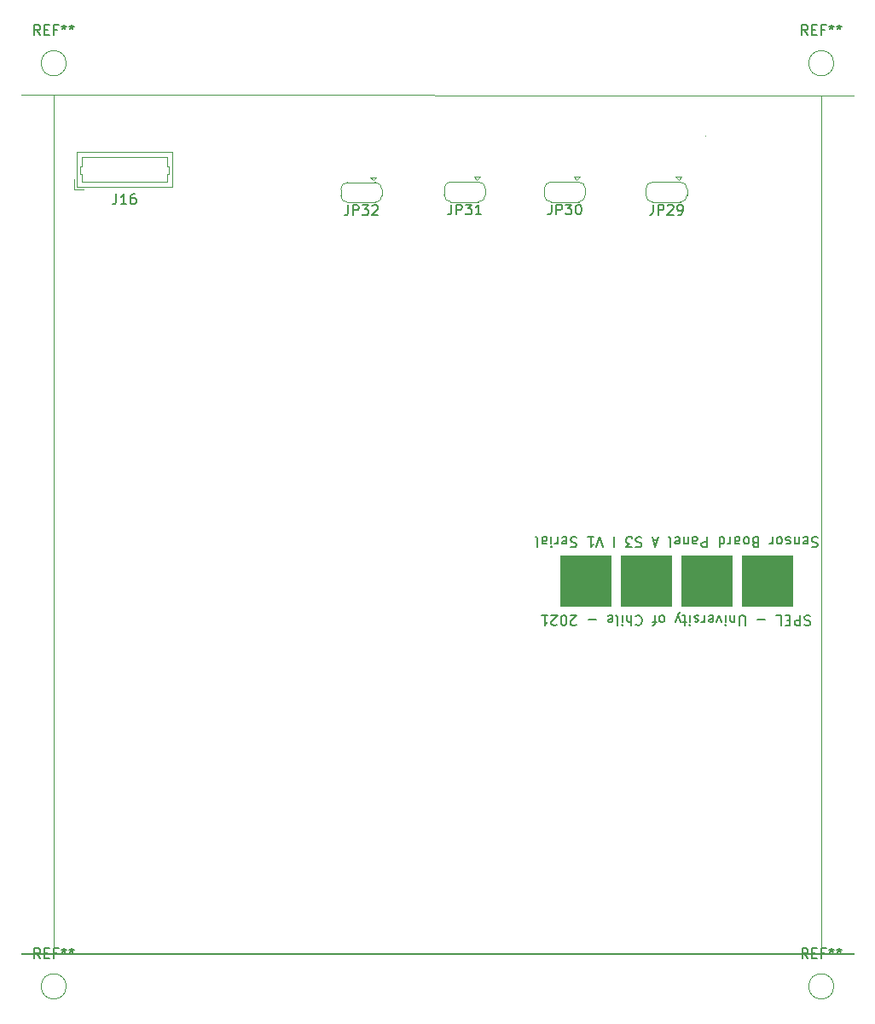
<source format=gbr>
G04 #@! TF.GenerationSoftware,KiCad,Pcbnew,(5.1.2)-2*
G04 #@! TF.CreationDate,2021-08-28T01:13:10-04:00*
G04 #@! TF.ProjectId,MAG_Plus,4d41475f-506c-4757-932e-6b696361645f,rev?*
G04 #@! TF.SameCoordinates,Original*
G04 #@! TF.FileFunction,Legend,Top*
G04 #@! TF.FilePolarity,Positive*
%FSLAX46Y46*%
G04 Gerber Fmt 4.6, Leading zero omitted, Abs format (unit mm)*
G04 Created by KiCad (PCBNEW (5.1.2)-2) date 2021-08-28 01:13:10*
%MOMM*%
%LPD*%
G04 APERTURE LIST*
%ADD10C,0.120000*%
%ADD11C,0.100000*%
%ADD12C,0.150000*%
G04 APERTURE END LIST*
D10*
X103790000Y-258620000D02*
X103790000Y-258630000D01*
D11*
G36*
X106420000Y-305310000D02*
G01*
X101420000Y-305310000D01*
X101420000Y-300310000D01*
X106420000Y-300310000D01*
X106420000Y-305310000D01*
G37*
X106420000Y-305310000D02*
X101420000Y-305310000D01*
X101420000Y-300310000D01*
X106420000Y-300310000D01*
X106420000Y-305310000D01*
G36*
X100420000Y-305310000D02*
G01*
X95420000Y-305310000D01*
X95420000Y-300310000D01*
X100420000Y-300310000D01*
X100420000Y-305310000D01*
G37*
X100420000Y-305310000D02*
X95420000Y-305310000D01*
X95420000Y-300310000D01*
X100420000Y-300310000D01*
X100420000Y-305310000D01*
G36*
X112420000Y-305310000D02*
G01*
X107420000Y-305310000D01*
X107420000Y-300310000D01*
X112420000Y-300310000D01*
X112420000Y-305310000D01*
G37*
X112420000Y-305310000D02*
X107420000Y-305310000D01*
X107420000Y-300310000D01*
X112420000Y-300310000D01*
X112420000Y-305310000D01*
G36*
X94420000Y-305310000D02*
G01*
X89420000Y-305310000D01*
X89420000Y-300310000D01*
X94420000Y-300310000D01*
X94420000Y-305310000D01*
G37*
X94420000Y-305310000D02*
X89420000Y-305310000D01*
X89420000Y-300310000D01*
X94420000Y-300310000D01*
X94420000Y-305310000D01*
D12*
X114203333Y-306255238D02*
X114060476Y-306207619D01*
X113822380Y-306207619D01*
X113727142Y-306255238D01*
X113679523Y-306302857D01*
X113631904Y-306398095D01*
X113631904Y-306493333D01*
X113679523Y-306588571D01*
X113727142Y-306636190D01*
X113822380Y-306683809D01*
X114012857Y-306731428D01*
X114108095Y-306779047D01*
X114155714Y-306826666D01*
X114203333Y-306921904D01*
X114203333Y-307017142D01*
X114155714Y-307112380D01*
X114108095Y-307160000D01*
X114012857Y-307207619D01*
X113774761Y-307207619D01*
X113631904Y-307160000D01*
X113203333Y-306207619D02*
X113203333Y-307207619D01*
X112822380Y-307207619D01*
X112727142Y-307160000D01*
X112679523Y-307112380D01*
X112631904Y-307017142D01*
X112631904Y-306874285D01*
X112679523Y-306779047D01*
X112727142Y-306731428D01*
X112822380Y-306683809D01*
X113203333Y-306683809D01*
X112203333Y-306731428D02*
X111870000Y-306731428D01*
X111727142Y-306207619D02*
X112203333Y-306207619D01*
X112203333Y-307207619D01*
X111727142Y-307207619D01*
X110822380Y-306207619D02*
X111298571Y-306207619D01*
X111298571Y-307207619D01*
X109727142Y-306588571D02*
X108965238Y-306588571D01*
X107727142Y-307207619D02*
X107727142Y-306398095D01*
X107679523Y-306302857D01*
X107631904Y-306255238D01*
X107536666Y-306207619D01*
X107346190Y-306207619D01*
X107250952Y-306255238D01*
X107203333Y-306302857D01*
X107155714Y-306398095D01*
X107155714Y-307207619D01*
X106679523Y-306874285D02*
X106679523Y-306207619D01*
X106679523Y-306779047D02*
X106631904Y-306826666D01*
X106536666Y-306874285D01*
X106393809Y-306874285D01*
X106298571Y-306826666D01*
X106250952Y-306731428D01*
X106250952Y-306207619D01*
X105774761Y-306207619D02*
X105774761Y-306874285D01*
X105774761Y-307207619D02*
X105822380Y-307160000D01*
X105774761Y-307112380D01*
X105727142Y-307160000D01*
X105774761Y-307207619D01*
X105774761Y-307112380D01*
X105393809Y-306874285D02*
X105155714Y-306207619D01*
X104917619Y-306874285D01*
X104155714Y-306255238D02*
X104250952Y-306207619D01*
X104441428Y-306207619D01*
X104536666Y-306255238D01*
X104584285Y-306350476D01*
X104584285Y-306731428D01*
X104536666Y-306826666D01*
X104441428Y-306874285D01*
X104250952Y-306874285D01*
X104155714Y-306826666D01*
X104108095Y-306731428D01*
X104108095Y-306636190D01*
X104584285Y-306540952D01*
X103679523Y-306207619D02*
X103679523Y-306874285D01*
X103679523Y-306683809D02*
X103631904Y-306779047D01*
X103584285Y-306826666D01*
X103489047Y-306874285D01*
X103393809Y-306874285D01*
X103108095Y-306255238D02*
X103012857Y-306207619D01*
X102822380Y-306207619D01*
X102727142Y-306255238D01*
X102679523Y-306350476D01*
X102679523Y-306398095D01*
X102727142Y-306493333D01*
X102822380Y-306540952D01*
X102965238Y-306540952D01*
X103060476Y-306588571D01*
X103108095Y-306683809D01*
X103108095Y-306731428D01*
X103060476Y-306826666D01*
X102965238Y-306874285D01*
X102822380Y-306874285D01*
X102727142Y-306826666D01*
X102250952Y-306207619D02*
X102250952Y-306874285D01*
X102250952Y-307207619D02*
X102298571Y-307160000D01*
X102250952Y-307112380D01*
X102203333Y-307160000D01*
X102250952Y-307207619D01*
X102250952Y-307112380D01*
X101917619Y-306874285D02*
X101536666Y-306874285D01*
X101774761Y-307207619D02*
X101774761Y-306350476D01*
X101727142Y-306255238D01*
X101631904Y-306207619D01*
X101536666Y-306207619D01*
X101298571Y-306874285D02*
X101060476Y-306207619D01*
X100822380Y-306874285D02*
X101060476Y-306207619D01*
X101155714Y-305969523D01*
X101203333Y-305921904D01*
X101298571Y-305874285D01*
X99536666Y-306207619D02*
X99631904Y-306255238D01*
X99679523Y-306302857D01*
X99727142Y-306398095D01*
X99727142Y-306683809D01*
X99679523Y-306779047D01*
X99631904Y-306826666D01*
X99536666Y-306874285D01*
X99393809Y-306874285D01*
X99298571Y-306826666D01*
X99250952Y-306779047D01*
X99203333Y-306683809D01*
X99203333Y-306398095D01*
X99250952Y-306302857D01*
X99298571Y-306255238D01*
X99393809Y-306207619D01*
X99536666Y-306207619D01*
X98917619Y-306874285D02*
X98536666Y-306874285D01*
X98774761Y-306207619D02*
X98774761Y-307064761D01*
X98727142Y-307160000D01*
X98631904Y-307207619D01*
X98536666Y-307207619D01*
X96870000Y-306302857D02*
X96917619Y-306255238D01*
X97060476Y-306207619D01*
X97155714Y-306207619D01*
X97298571Y-306255238D01*
X97393809Y-306350476D01*
X97441428Y-306445714D01*
X97489047Y-306636190D01*
X97489047Y-306779047D01*
X97441428Y-306969523D01*
X97393809Y-307064761D01*
X97298571Y-307160000D01*
X97155714Y-307207619D01*
X97060476Y-307207619D01*
X96917619Y-307160000D01*
X96870000Y-307112380D01*
X96441428Y-306207619D02*
X96441428Y-307207619D01*
X96012857Y-306207619D02*
X96012857Y-306731428D01*
X96060476Y-306826666D01*
X96155714Y-306874285D01*
X96298571Y-306874285D01*
X96393809Y-306826666D01*
X96441428Y-306779047D01*
X95536666Y-306207619D02*
X95536666Y-306874285D01*
X95536666Y-307207619D02*
X95584285Y-307160000D01*
X95536666Y-307112380D01*
X95489047Y-307160000D01*
X95536666Y-307207619D01*
X95536666Y-307112380D01*
X94917619Y-306207619D02*
X95012857Y-306255238D01*
X95060476Y-306350476D01*
X95060476Y-307207619D01*
X94155714Y-306255238D02*
X94250952Y-306207619D01*
X94441428Y-306207619D01*
X94536666Y-306255238D01*
X94584285Y-306350476D01*
X94584285Y-306731428D01*
X94536666Y-306826666D01*
X94441428Y-306874285D01*
X94250952Y-306874285D01*
X94155714Y-306826666D01*
X94108095Y-306731428D01*
X94108095Y-306636190D01*
X94584285Y-306540952D01*
X92917619Y-306588571D02*
X92155714Y-306588571D01*
X90965238Y-307112380D02*
X90917619Y-307160000D01*
X90822380Y-307207619D01*
X90584285Y-307207619D01*
X90489047Y-307160000D01*
X90441428Y-307112380D01*
X90393809Y-307017142D01*
X90393809Y-306921904D01*
X90441428Y-306779047D01*
X91012857Y-306207619D01*
X90393809Y-306207619D01*
X89774761Y-307207619D02*
X89679523Y-307207619D01*
X89584285Y-307160000D01*
X89536666Y-307112380D01*
X89489047Y-307017142D01*
X89441428Y-306826666D01*
X89441428Y-306588571D01*
X89489047Y-306398095D01*
X89536666Y-306302857D01*
X89584285Y-306255238D01*
X89679523Y-306207619D01*
X89774761Y-306207619D01*
X89870000Y-306255238D01*
X89917619Y-306302857D01*
X89965238Y-306398095D01*
X90012857Y-306588571D01*
X90012857Y-306826666D01*
X89965238Y-307017142D01*
X89917619Y-307112380D01*
X89870000Y-307160000D01*
X89774761Y-307207619D01*
X89060476Y-307112380D02*
X89012857Y-307160000D01*
X88917619Y-307207619D01*
X88679523Y-307207619D01*
X88584285Y-307160000D01*
X88536666Y-307112380D01*
X88489047Y-307017142D01*
X88489047Y-306921904D01*
X88536666Y-306779047D01*
X89108095Y-306207619D01*
X88489047Y-306207619D01*
X87536666Y-306207619D02*
X88108095Y-306207619D01*
X87822380Y-306207619D02*
X87822380Y-307207619D01*
X87917619Y-307064761D01*
X88012857Y-306969523D01*
X88108095Y-306921904D01*
X114922380Y-298505238D02*
X114779523Y-298457619D01*
X114541428Y-298457619D01*
X114446190Y-298505238D01*
X114398571Y-298552857D01*
X114350952Y-298648095D01*
X114350952Y-298743333D01*
X114398571Y-298838571D01*
X114446190Y-298886190D01*
X114541428Y-298933809D01*
X114731904Y-298981428D01*
X114827142Y-299029047D01*
X114874761Y-299076666D01*
X114922380Y-299171904D01*
X114922380Y-299267142D01*
X114874761Y-299362380D01*
X114827142Y-299410000D01*
X114731904Y-299457619D01*
X114493809Y-299457619D01*
X114350952Y-299410000D01*
X113541428Y-298505238D02*
X113636666Y-298457619D01*
X113827142Y-298457619D01*
X113922380Y-298505238D01*
X113970000Y-298600476D01*
X113970000Y-298981428D01*
X113922380Y-299076666D01*
X113827142Y-299124285D01*
X113636666Y-299124285D01*
X113541428Y-299076666D01*
X113493809Y-298981428D01*
X113493809Y-298886190D01*
X113970000Y-298790952D01*
X113065238Y-299124285D02*
X113065238Y-298457619D01*
X113065238Y-299029047D02*
X113017619Y-299076666D01*
X112922380Y-299124285D01*
X112779523Y-299124285D01*
X112684285Y-299076666D01*
X112636666Y-298981428D01*
X112636666Y-298457619D01*
X112208095Y-298505238D02*
X112112857Y-298457619D01*
X111922380Y-298457619D01*
X111827142Y-298505238D01*
X111779523Y-298600476D01*
X111779523Y-298648095D01*
X111827142Y-298743333D01*
X111922380Y-298790952D01*
X112065238Y-298790952D01*
X112160476Y-298838571D01*
X112208095Y-298933809D01*
X112208095Y-298981428D01*
X112160476Y-299076666D01*
X112065238Y-299124285D01*
X111922380Y-299124285D01*
X111827142Y-299076666D01*
X111208095Y-298457619D02*
X111303333Y-298505238D01*
X111350952Y-298552857D01*
X111398571Y-298648095D01*
X111398571Y-298933809D01*
X111350952Y-299029047D01*
X111303333Y-299076666D01*
X111208095Y-299124285D01*
X111065238Y-299124285D01*
X110970000Y-299076666D01*
X110922380Y-299029047D01*
X110874761Y-298933809D01*
X110874761Y-298648095D01*
X110922380Y-298552857D01*
X110970000Y-298505238D01*
X111065238Y-298457619D01*
X111208095Y-298457619D01*
X110446190Y-298457619D02*
X110446190Y-299124285D01*
X110446190Y-298933809D02*
X110398571Y-299029047D01*
X110350952Y-299076666D01*
X110255714Y-299124285D01*
X110160476Y-299124285D01*
X108731904Y-298981428D02*
X108589047Y-298933809D01*
X108541428Y-298886190D01*
X108493809Y-298790952D01*
X108493809Y-298648095D01*
X108541428Y-298552857D01*
X108589047Y-298505238D01*
X108684285Y-298457619D01*
X109065238Y-298457619D01*
X109065238Y-299457619D01*
X108731904Y-299457619D01*
X108636666Y-299410000D01*
X108589047Y-299362380D01*
X108541428Y-299267142D01*
X108541428Y-299171904D01*
X108589047Y-299076666D01*
X108636666Y-299029047D01*
X108731904Y-298981428D01*
X109065238Y-298981428D01*
X107922380Y-298457619D02*
X108017619Y-298505238D01*
X108065238Y-298552857D01*
X108112857Y-298648095D01*
X108112857Y-298933809D01*
X108065238Y-299029047D01*
X108017619Y-299076666D01*
X107922380Y-299124285D01*
X107779523Y-299124285D01*
X107684285Y-299076666D01*
X107636666Y-299029047D01*
X107589047Y-298933809D01*
X107589047Y-298648095D01*
X107636666Y-298552857D01*
X107684285Y-298505238D01*
X107779523Y-298457619D01*
X107922380Y-298457619D01*
X106731904Y-298457619D02*
X106731904Y-298981428D01*
X106779523Y-299076666D01*
X106874761Y-299124285D01*
X107065238Y-299124285D01*
X107160476Y-299076666D01*
X106731904Y-298505238D02*
X106827142Y-298457619D01*
X107065238Y-298457619D01*
X107160476Y-298505238D01*
X107208095Y-298600476D01*
X107208095Y-298695714D01*
X107160476Y-298790952D01*
X107065238Y-298838571D01*
X106827142Y-298838571D01*
X106731904Y-298886190D01*
X106255714Y-298457619D02*
X106255714Y-299124285D01*
X106255714Y-298933809D02*
X106208095Y-299029047D01*
X106160476Y-299076666D01*
X106065238Y-299124285D01*
X105970000Y-299124285D01*
X105208095Y-298457619D02*
X105208095Y-299457619D01*
X105208095Y-298505238D02*
X105303333Y-298457619D01*
X105493809Y-298457619D01*
X105589047Y-298505238D01*
X105636666Y-298552857D01*
X105684285Y-298648095D01*
X105684285Y-298933809D01*
X105636666Y-299029047D01*
X105589047Y-299076666D01*
X105493809Y-299124285D01*
X105303333Y-299124285D01*
X105208095Y-299076666D01*
X103970000Y-298457619D02*
X103970000Y-299457619D01*
X103589047Y-299457619D01*
X103493809Y-299410000D01*
X103446190Y-299362380D01*
X103398571Y-299267142D01*
X103398571Y-299124285D01*
X103446190Y-299029047D01*
X103493809Y-298981428D01*
X103589047Y-298933809D01*
X103970000Y-298933809D01*
X102541428Y-298457619D02*
X102541428Y-298981428D01*
X102589047Y-299076666D01*
X102684285Y-299124285D01*
X102874761Y-299124285D01*
X102970000Y-299076666D01*
X102541428Y-298505238D02*
X102636666Y-298457619D01*
X102874761Y-298457619D01*
X102970000Y-298505238D01*
X103017619Y-298600476D01*
X103017619Y-298695714D01*
X102970000Y-298790952D01*
X102874761Y-298838571D01*
X102636666Y-298838571D01*
X102541428Y-298886190D01*
X102065238Y-299124285D02*
X102065238Y-298457619D01*
X102065238Y-299029047D02*
X102017619Y-299076666D01*
X101922380Y-299124285D01*
X101779523Y-299124285D01*
X101684285Y-299076666D01*
X101636666Y-298981428D01*
X101636666Y-298457619D01*
X100779523Y-298505238D02*
X100874761Y-298457619D01*
X101065238Y-298457619D01*
X101160476Y-298505238D01*
X101208095Y-298600476D01*
X101208095Y-298981428D01*
X101160476Y-299076666D01*
X101065238Y-299124285D01*
X100874761Y-299124285D01*
X100779523Y-299076666D01*
X100731904Y-298981428D01*
X100731904Y-298886190D01*
X101208095Y-298790952D01*
X100160476Y-298457619D02*
X100255714Y-298505238D01*
X100303333Y-298600476D01*
X100303333Y-299457619D01*
X99065238Y-298743333D02*
X98589047Y-298743333D01*
X99160476Y-298457619D02*
X98827142Y-299457619D01*
X98493809Y-298457619D01*
X97446190Y-298505238D02*
X97303333Y-298457619D01*
X97065238Y-298457619D01*
X96970000Y-298505238D01*
X96922380Y-298552857D01*
X96874761Y-298648095D01*
X96874761Y-298743333D01*
X96922380Y-298838571D01*
X96970000Y-298886190D01*
X97065238Y-298933809D01*
X97255714Y-298981428D01*
X97350952Y-299029047D01*
X97398571Y-299076666D01*
X97446190Y-299171904D01*
X97446190Y-299267142D01*
X97398571Y-299362380D01*
X97350952Y-299410000D01*
X97255714Y-299457619D01*
X97017619Y-299457619D01*
X96874761Y-299410000D01*
X96541428Y-299457619D02*
X95922380Y-299457619D01*
X96255714Y-299076666D01*
X96112857Y-299076666D01*
X96017619Y-299029047D01*
X95970000Y-298981428D01*
X95922380Y-298886190D01*
X95922380Y-298648095D01*
X95970000Y-298552857D01*
X96017619Y-298505238D01*
X96112857Y-298457619D01*
X96398571Y-298457619D01*
X96493809Y-298505238D01*
X96541428Y-298552857D01*
X94731904Y-298457619D02*
X94731904Y-299457619D01*
X93636666Y-299457619D02*
X93303333Y-298457619D01*
X92970000Y-299457619D01*
X92112857Y-298457619D02*
X92684285Y-298457619D01*
X92398571Y-298457619D02*
X92398571Y-299457619D01*
X92493809Y-299314761D01*
X92589047Y-299219523D01*
X92684285Y-299171904D01*
X90970000Y-298505238D02*
X90827142Y-298457619D01*
X90589047Y-298457619D01*
X90493809Y-298505238D01*
X90446190Y-298552857D01*
X90398571Y-298648095D01*
X90398571Y-298743333D01*
X90446190Y-298838571D01*
X90493809Y-298886190D01*
X90589047Y-298933809D01*
X90779523Y-298981428D01*
X90874761Y-299029047D01*
X90922380Y-299076666D01*
X90970000Y-299171904D01*
X90970000Y-299267142D01*
X90922380Y-299362380D01*
X90874761Y-299410000D01*
X90779523Y-299457619D01*
X90541428Y-299457619D01*
X90398571Y-299410000D01*
X89589047Y-298505238D02*
X89684285Y-298457619D01*
X89874761Y-298457619D01*
X89970000Y-298505238D01*
X90017619Y-298600476D01*
X90017619Y-298981428D01*
X89970000Y-299076666D01*
X89874761Y-299124285D01*
X89684285Y-299124285D01*
X89589047Y-299076666D01*
X89541428Y-298981428D01*
X89541428Y-298886190D01*
X90017619Y-298790952D01*
X89112857Y-298457619D02*
X89112857Y-299124285D01*
X89112857Y-298933809D02*
X89065238Y-299029047D01*
X89017619Y-299076666D01*
X88922380Y-299124285D01*
X88827142Y-299124285D01*
X88493809Y-298457619D02*
X88493809Y-299124285D01*
X88493809Y-299457619D02*
X88541428Y-299410000D01*
X88493809Y-299362380D01*
X88446190Y-299410000D01*
X88493809Y-299457619D01*
X88493809Y-299362380D01*
X87589047Y-298457619D02*
X87589047Y-298981428D01*
X87636666Y-299076666D01*
X87731904Y-299124285D01*
X87922380Y-299124285D01*
X88017619Y-299076666D01*
X87589047Y-298505238D02*
X87684285Y-298457619D01*
X87922380Y-298457619D01*
X88017619Y-298505238D01*
X88065238Y-298600476D01*
X88065238Y-298695714D01*
X88017619Y-298790952D01*
X87922380Y-298838571D01*
X87684285Y-298838571D01*
X87589047Y-298886190D01*
X86970000Y-298457619D02*
X87065238Y-298505238D01*
X87112857Y-298600476D01*
X87112857Y-299457619D01*
D10*
X35890000Y-339830000D02*
X118490000Y-339830000D01*
X116540000Y-343030000D02*
G75*
G03X116540000Y-343030000I-1250000J0D01*
G01*
X115290000Y-254630000D02*
X115290000Y-339830000D01*
X40340000Y-251430000D02*
G75*
G03X40340000Y-251430000I-1250000J0D01*
G01*
X40340000Y-343030000D02*
G75*
G03X40340000Y-343030000I-1250000J0D01*
G01*
X116540000Y-251430000D02*
G75*
G03X116540000Y-251430000I-1250000J0D01*
G01*
X118490000Y-254630000D02*
X35890000Y-254530000D01*
X118490000Y-339730000D02*
X35890000Y-339730000D01*
X115290000Y-339730000D02*
X115290000Y-254630000D01*
X39090000Y-254530000D02*
X39090000Y-339730000D01*
X71690000Y-264550000D02*
G75*
G02X70990000Y-265250000I-700000J0D01*
G01*
X70990000Y-263250000D02*
G75*
G02X71690000Y-263950000I0J-700000D01*
G01*
X67590000Y-263950000D02*
G75*
G02X68290000Y-263250000I700000J0D01*
G01*
X68290000Y-265250000D02*
G75*
G02X67590000Y-264550000I0J700000D01*
G01*
X71040000Y-265250000D02*
X68240000Y-265250000D01*
X67590000Y-264550000D02*
X67590000Y-263950000D01*
X68240000Y-263250000D02*
X71040000Y-263250000D01*
X71690000Y-263950000D02*
X71690000Y-264550000D01*
X70840000Y-263050000D02*
X71140000Y-262750000D01*
X71140000Y-262750000D02*
X70540000Y-262750000D01*
X70840000Y-263050000D02*
X70540000Y-262750000D01*
X91880000Y-264500000D02*
G75*
G02X91180000Y-265200000I-700000J0D01*
G01*
X91180000Y-263200000D02*
G75*
G02X91880000Y-263900000I0J-700000D01*
G01*
X87780000Y-263900000D02*
G75*
G02X88480000Y-263200000I700000J0D01*
G01*
X88480000Y-265200000D02*
G75*
G02X87780000Y-264500000I0J700000D01*
G01*
X91230000Y-265200000D02*
X88430000Y-265200000D01*
X87780000Y-264500000D02*
X87780000Y-263900000D01*
X88430000Y-263200000D02*
X91230000Y-263200000D01*
X91880000Y-263900000D02*
X91880000Y-264500000D01*
X91030000Y-263000000D02*
X91330000Y-262700000D01*
X91330000Y-262700000D02*
X90730000Y-262700000D01*
X91030000Y-263000000D02*
X90730000Y-262700000D01*
X101130000Y-263020000D02*
X100830000Y-262720000D01*
X101430000Y-262720000D02*
X100830000Y-262720000D01*
X101130000Y-263020000D02*
X101430000Y-262720000D01*
X101980000Y-263920000D02*
X101980000Y-264520000D01*
X98530000Y-263220000D02*
X101330000Y-263220000D01*
X97880000Y-264520000D02*
X97880000Y-263920000D01*
X101330000Y-265220000D02*
X98530000Y-265220000D01*
X98580000Y-265220000D02*
G75*
G02X97880000Y-264520000I0J700000D01*
G01*
X97880000Y-263920000D02*
G75*
G02X98580000Y-263220000I700000J0D01*
G01*
X101280000Y-263220000D02*
G75*
G02X101980000Y-263920000I0J-700000D01*
G01*
X101980000Y-264520000D02*
G75*
G02X101280000Y-265220000I-700000J0D01*
G01*
X41350000Y-260225000D02*
X41350000Y-263725000D01*
X41350000Y-263725000D02*
X50900000Y-263725000D01*
X50900000Y-263725000D02*
X50900000Y-260225000D01*
X50900000Y-260225000D02*
X41350000Y-260225000D01*
X46125000Y-263175000D02*
X41900000Y-263175000D01*
X41900000Y-263175000D02*
X41900000Y-262450000D01*
X41900000Y-262450000D02*
X41700000Y-262450000D01*
X41700000Y-262450000D02*
X41700000Y-261650000D01*
X41700000Y-261650000D02*
X41900000Y-261650000D01*
X41900000Y-261650000D02*
X41900000Y-260775000D01*
X41900000Y-260775000D02*
X46125000Y-260775000D01*
X46125000Y-263175000D02*
X50350000Y-263175000D01*
X50350000Y-263175000D02*
X50350000Y-262450000D01*
X50350000Y-262450000D02*
X50550000Y-262450000D01*
X50550000Y-262450000D02*
X50550000Y-261650000D01*
X50550000Y-261650000D02*
X50350000Y-261650000D01*
X50350000Y-261650000D02*
X50350000Y-260775000D01*
X50350000Y-260775000D02*
X46125000Y-260775000D01*
X41100000Y-263975000D02*
X41100000Y-262975000D01*
X41100000Y-263975000D02*
X42100000Y-263975000D01*
X81100000Y-262990000D02*
X80800000Y-262690000D01*
X81400000Y-262690000D02*
X80800000Y-262690000D01*
X81100000Y-262990000D02*
X81400000Y-262690000D01*
X81950000Y-263890000D02*
X81950000Y-264490000D01*
X78500000Y-263190000D02*
X81300000Y-263190000D01*
X77850000Y-264490000D02*
X77850000Y-263890000D01*
X81300000Y-265190000D02*
X78500000Y-265190000D01*
X78550000Y-265190000D02*
G75*
G02X77850000Y-264490000I0J700000D01*
G01*
X77850000Y-263890000D02*
G75*
G02X78550000Y-263190000I700000J0D01*
G01*
X81250000Y-263190000D02*
G75*
G02X81950000Y-263890000I0J-700000D01*
G01*
X81950000Y-264490000D02*
G75*
G02X81250000Y-265190000I-700000J0D01*
G01*
D12*
X68330476Y-265502380D02*
X68330476Y-266216666D01*
X68282857Y-266359523D01*
X68187619Y-266454761D01*
X68044761Y-266502380D01*
X67949523Y-266502380D01*
X68806666Y-266502380D02*
X68806666Y-265502380D01*
X69187619Y-265502380D01*
X69282857Y-265550000D01*
X69330476Y-265597619D01*
X69378095Y-265692857D01*
X69378095Y-265835714D01*
X69330476Y-265930952D01*
X69282857Y-265978571D01*
X69187619Y-266026190D01*
X68806666Y-266026190D01*
X69711428Y-265502380D02*
X70330476Y-265502380D01*
X69997142Y-265883333D01*
X70140000Y-265883333D01*
X70235238Y-265930952D01*
X70282857Y-265978571D01*
X70330476Y-266073809D01*
X70330476Y-266311904D01*
X70282857Y-266407142D01*
X70235238Y-266454761D01*
X70140000Y-266502380D01*
X69854285Y-266502380D01*
X69759047Y-266454761D01*
X69711428Y-266407142D01*
X70711428Y-265597619D02*
X70759047Y-265550000D01*
X70854285Y-265502380D01*
X71092380Y-265502380D01*
X71187619Y-265550000D01*
X71235238Y-265597619D01*
X71282857Y-265692857D01*
X71282857Y-265788095D01*
X71235238Y-265930952D01*
X70663809Y-266502380D01*
X71282857Y-266502380D01*
X88520476Y-265452380D02*
X88520476Y-266166666D01*
X88472857Y-266309523D01*
X88377619Y-266404761D01*
X88234761Y-266452380D01*
X88139523Y-266452380D01*
X88996666Y-266452380D02*
X88996666Y-265452380D01*
X89377619Y-265452380D01*
X89472857Y-265500000D01*
X89520476Y-265547619D01*
X89568095Y-265642857D01*
X89568095Y-265785714D01*
X89520476Y-265880952D01*
X89472857Y-265928571D01*
X89377619Y-265976190D01*
X88996666Y-265976190D01*
X89901428Y-265452380D02*
X90520476Y-265452380D01*
X90187142Y-265833333D01*
X90330000Y-265833333D01*
X90425238Y-265880952D01*
X90472857Y-265928571D01*
X90520476Y-266023809D01*
X90520476Y-266261904D01*
X90472857Y-266357142D01*
X90425238Y-266404761D01*
X90330000Y-266452380D01*
X90044285Y-266452380D01*
X89949047Y-266404761D01*
X89901428Y-266357142D01*
X91139523Y-265452380D02*
X91234761Y-265452380D01*
X91330000Y-265500000D01*
X91377619Y-265547619D01*
X91425238Y-265642857D01*
X91472857Y-265833333D01*
X91472857Y-266071428D01*
X91425238Y-266261904D01*
X91377619Y-266357142D01*
X91330000Y-266404761D01*
X91234761Y-266452380D01*
X91139523Y-266452380D01*
X91044285Y-266404761D01*
X90996666Y-266357142D01*
X90949047Y-266261904D01*
X90901428Y-266071428D01*
X90901428Y-265833333D01*
X90949047Y-265642857D01*
X90996666Y-265547619D01*
X91044285Y-265500000D01*
X91139523Y-265452380D01*
X98620476Y-265472380D02*
X98620476Y-266186666D01*
X98572857Y-266329523D01*
X98477619Y-266424761D01*
X98334761Y-266472380D01*
X98239523Y-266472380D01*
X99096666Y-266472380D02*
X99096666Y-265472380D01*
X99477619Y-265472380D01*
X99572857Y-265520000D01*
X99620476Y-265567619D01*
X99668095Y-265662857D01*
X99668095Y-265805714D01*
X99620476Y-265900952D01*
X99572857Y-265948571D01*
X99477619Y-265996190D01*
X99096666Y-265996190D01*
X100049047Y-265567619D02*
X100096666Y-265520000D01*
X100191904Y-265472380D01*
X100430000Y-265472380D01*
X100525238Y-265520000D01*
X100572857Y-265567619D01*
X100620476Y-265662857D01*
X100620476Y-265758095D01*
X100572857Y-265900952D01*
X100001428Y-266472380D01*
X100620476Y-266472380D01*
X101096666Y-266472380D02*
X101287142Y-266472380D01*
X101382380Y-266424761D01*
X101430000Y-266377142D01*
X101525238Y-266234285D01*
X101572857Y-266043809D01*
X101572857Y-265662857D01*
X101525238Y-265567619D01*
X101477619Y-265520000D01*
X101382380Y-265472380D01*
X101191904Y-265472380D01*
X101096666Y-265520000D01*
X101049047Y-265567619D01*
X101001428Y-265662857D01*
X101001428Y-265900952D01*
X101049047Y-265996190D01*
X101096666Y-266043809D01*
X101191904Y-266091428D01*
X101382380Y-266091428D01*
X101477619Y-266043809D01*
X101525238Y-265996190D01*
X101572857Y-265900952D01*
X45315476Y-264402380D02*
X45315476Y-265116666D01*
X45267857Y-265259523D01*
X45172619Y-265354761D01*
X45029761Y-265402380D01*
X44934523Y-265402380D01*
X46315476Y-265402380D02*
X45744047Y-265402380D01*
X46029761Y-265402380D02*
X46029761Y-264402380D01*
X45934523Y-264545238D01*
X45839285Y-264640476D01*
X45744047Y-264688095D01*
X47172619Y-264402380D02*
X46982142Y-264402380D01*
X46886904Y-264450000D01*
X46839285Y-264497619D01*
X46744047Y-264640476D01*
X46696428Y-264830952D01*
X46696428Y-265211904D01*
X46744047Y-265307142D01*
X46791666Y-265354761D01*
X46886904Y-265402380D01*
X47077380Y-265402380D01*
X47172619Y-265354761D01*
X47220238Y-265307142D01*
X47267857Y-265211904D01*
X47267857Y-264973809D01*
X47220238Y-264878571D01*
X47172619Y-264830952D01*
X47077380Y-264783333D01*
X46886904Y-264783333D01*
X46791666Y-264830952D01*
X46744047Y-264878571D01*
X46696428Y-264973809D01*
X78590476Y-265442380D02*
X78590476Y-266156666D01*
X78542857Y-266299523D01*
X78447619Y-266394761D01*
X78304761Y-266442380D01*
X78209523Y-266442380D01*
X79066666Y-266442380D02*
X79066666Y-265442380D01*
X79447619Y-265442380D01*
X79542857Y-265490000D01*
X79590476Y-265537619D01*
X79638095Y-265632857D01*
X79638095Y-265775714D01*
X79590476Y-265870952D01*
X79542857Y-265918571D01*
X79447619Y-265966190D01*
X79066666Y-265966190D01*
X79971428Y-265442380D02*
X80590476Y-265442380D01*
X80257142Y-265823333D01*
X80400000Y-265823333D01*
X80495238Y-265870952D01*
X80542857Y-265918571D01*
X80590476Y-266013809D01*
X80590476Y-266251904D01*
X80542857Y-266347142D01*
X80495238Y-266394761D01*
X80400000Y-266442380D01*
X80114285Y-266442380D01*
X80019047Y-266394761D01*
X79971428Y-266347142D01*
X81542857Y-266442380D02*
X80971428Y-266442380D01*
X81257142Y-266442380D02*
X81257142Y-265442380D01*
X81161904Y-265585238D01*
X81066666Y-265680476D01*
X80971428Y-265728095D01*
X113956666Y-248632380D02*
X113623333Y-248156190D01*
X113385238Y-248632380D02*
X113385238Y-247632380D01*
X113766190Y-247632380D01*
X113861428Y-247680000D01*
X113909047Y-247727619D01*
X113956666Y-247822857D01*
X113956666Y-247965714D01*
X113909047Y-248060952D01*
X113861428Y-248108571D01*
X113766190Y-248156190D01*
X113385238Y-248156190D01*
X114385238Y-248108571D02*
X114718571Y-248108571D01*
X114861428Y-248632380D02*
X114385238Y-248632380D01*
X114385238Y-247632380D01*
X114861428Y-247632380D01*
X115623333Y-248108571D02*
X115290000Y-248108571D01*
X115290000Y-248632380D02*
X115290000Y-247632380D01*
X115766190Y-247632380D01*
X116290000Y-247632380D02*
X116290000Y-247870476D01*
X116051904Y-247775238D02*
X116290000Y-247870476D01*
X116528095Y-247775238D01*
X116147142Y-248060952D02*
X116290000Y-247870476D01*
X116432857Y-248060952D01*
X117051904Y-247632380D02*
X117051904Y-247870476D01*
X116813809Y-247775238D02*
X117051904Y-247870476D01*
X117290000Y-247775238D01*
X116909047Y-248060952D02*
X117051904Y-247870476D01*
X117194761Y-248060952D01*
X113966666Y-340232380D02*
X113633333Y-339756190D01*
X113395238Y-340232380D02*
X113395238Y-339232380D01*
X113776190Y-339232380D01*
X113871428Y-339280000D01*
X113919047Y-339327619D01*
X113966666Y-339422857D01*
X113966666Y-339565714D01*
X113919047Y-339660952D01*
X113871428Y-339708571D01*
X113776190Y-339756190D01*
X113395238Y-339756190D01*
X114395238Y-339708571D02*
X114728571Y-339708571D01*
X114871428Y-340232380D02*
X114395238Y-340232380D01*
X114395238Y-339232380D01*
X114871428Y-339232380D01*
X115633333Y-339708571D02*
X115300000Y-339708571D01*
X115300000Y-340232380D02*
X115300000Y-339232380D01*
X115776190Y-339232380D01*
X116300000Y-339232380D02*
X116300000Y-339470476D01*
X116061904Y-339375238D02*
X116300000Y-339470476D01*
X116538095Y-339375238D01*
X116157142Y-339660952D02*
X116300000Y-339470476D01*
X116442857Y-339660952D01*
X117061904Y-339232380D02*
X117061904Y-339470476D01*
X116823809Y-339375238D02*
X117061904Y-339470476D01*
X117300000Y-339375238D01*
X116919047Y-339660952D02*
X117061904Y-339470476D01*
X117204761Y-339660952D01*
X37756666Y-248632380D02*
X37423333Y-248156190D01*
X37185238Y-248632380D02*
X37185238Y-247632380D01*
X37566190Y-247632380D01*
X37661428Y-247680000D01*
X37709047Y-247727619D01*
X37756666Y-247822857D01*
X37756666Y-247965714D01*
X37709047Y-248060952D01*
X37661428Y-248108571D01*
X37566190Y-248156190D01*
X37185238Y-248156190D01*
X38185238Y-248108571D02*
X38518571Y-248108571D01*
X38661428Y-248632380D02*
X38185238Y-248632380D01*
X38185238Y-247632380D01*
X38661428Y-247632380D01*
X39423333Y-248108571D02*
X39090000Y-248108571D01*
X39090000Y-248632380D02*
X39090000Y-247632380D01*
X39566190Y-247632380D01*
X40090000Y-247632380D02*
X40090000Y-247870476D01*
X39851904Y-247775238D02*
X40090000Y-247870476D01*
X40328095Y-247775238D01*
X39947142Y-248060952D02*
X40090000Y-247870476D01*
X40232857Y-248060952D01*
X40851904Y-247632380D02*
X40851904Y-247870476D01*
X40613809Y-247775238D02*
X40851904Y-247870476D01*
X41090000Y-247775238D01*
X40709047Y-248060952D02*
X40851904Y-247870476D01*
X40994761Y-248060952D01*
X37756666Y-340242380D02*
X37423333Y-339766190D01*
X37185238Y-340242380D02*
X37185238Y-339242380D01*
X37566190Y-339242380D01*
X37661428Y-339290000D01*
X37709047Y-339337619D01*
X37756666Y-339432857D01*
X37756666Y-339575714D01*
X37709047Y-339670952D01*
X37661428Y-339718571D01*
X37566190Y-339766190D01*
X37185238Y-339766190D01*
X38185238Y-339718571D02*
X38518571Y-339718571D01*
X38661428Y-340242380D02*
X38185238Y-340242380D01*
X38185238Y-339242380D01*
X38661428Y-339242380D01*
X39423333Y-339718571D02*
X39090000Y-339718571D01*
X39090000Y-340242380D02*
X39090000Y-339242380D01*
X39566190Y-339242380D01*
X40090000Y-339242380D02*
X40090000Y-339480476D01*
X39851904Y-339385238D02*
X40090000Y-339480476D01*
X40328095Y-339385238D01*
X39947142Y-339670952D02*
X40090000Y-339480476D01*
X40232857Y-339670952D01*
X40851904Y-339242380D02*
X40851904Y-339480476D01*
X40613809Y-339385238D02*
X40851904Y-339480476D01*
X41090000Y-339385238D01*
X40709047Y-339670952D02*
X40851904Y-339480476D01*
X40994761Y-339670952D01*
M02*

</source>
